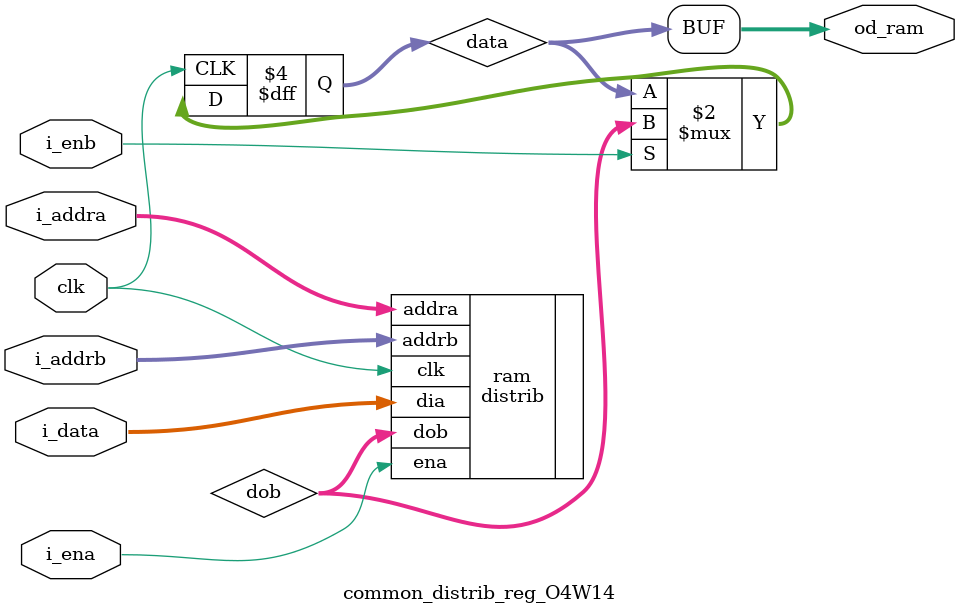
<source format=sv>
`timescale 100ps/100ps

(* keep_hierarchy = "yes" *) module common_distrib_reg_O4W14 (
    input  bit clk,
    input  bit i_ena,
    input  bit [3:0] i_addra,
    input  bit [13:0] i_data,
    input  bit i_enb,
    input  bit [3:0] i_addrb,
    output bit [13:0] od_ram
);


///////////////////////////////////////////////////////////
///////////////////////////////////////////////////////////
bit [13:0] data;
bit [13:0] dob;

distrib #(
    .ORDER               (4),
    .WIDTH               (14))
ram (
    .clk                 (clk),
    .ena                 (i_ena),
    .addra               (i_addra),
    .dia                 (i_data),
    .addrb               (i_addrb),
    .dob                 (dob));


///////////////////////////////////////////////////////////
///////////////////////////////////////////////////////////
always_ff @(posedge clk)
begin
    if (i_enb) begin
        data <= dob;
    end
end
assign od_ram = data;

endmodule
</source>
